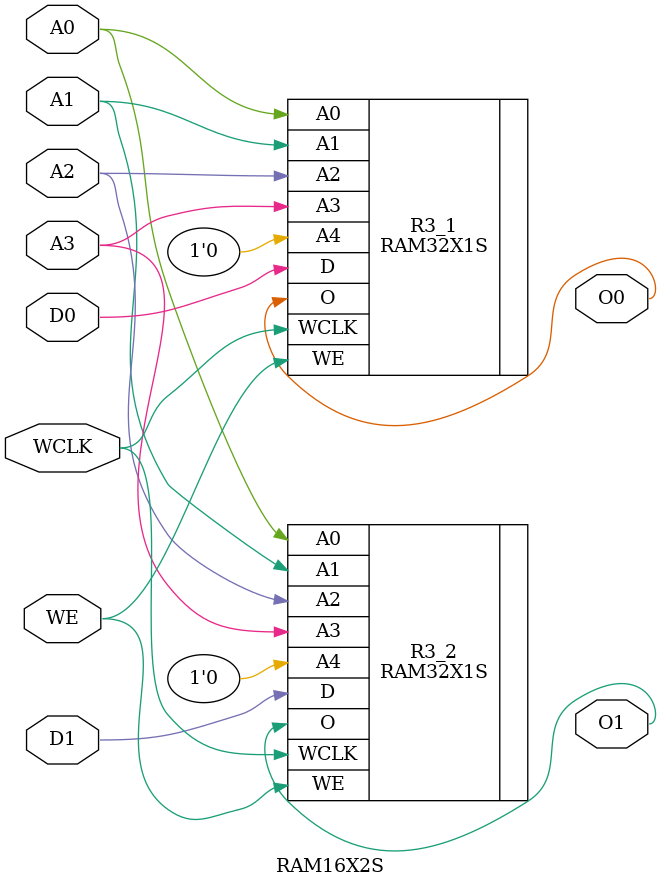
<source format=v>

`timescale  1 ps / 1 ps

module RAM16X2S (O0, O1, A0, A1, A2, A3, D0, D1, WCLK, WE);

    parameter [15:0] INIT_00 = 16'h0000;
    parameter [15:0] INIT_01 = 16'h0000;
    parameter [0:0] IS_WCLK_INVERTED = 1'b0;

    output O0, O1;

    input  A0, A1, A2, A3, D0, D1, WCLK, WE;

    RAM32X1S #(.INIT(INIT_00), .IS_WCLK_INVERTED(IS_WCLK_INVERTED)) R3_1 (
	       .O (O0),
	       .A0 (A0),
	       .A1 (A1),
	       .A2 (A2),
	       .A3 (A3),
	       .A4 (1'b0),
	       .D (D0),
	       .WCLK (WCLK),
	       .WE (WE));

    RAM32X1S #(.INIT(INIT_01), .IS_WCLK_INVERTED(IS_WCLK_INVERTED)) R3_2 (
	       .O (O1),
	       .A0 (A0),
	       .A1 (A1),
	       .A2 (A2),
	       .A3 (A3),
	       .A4 (1'b0),
	       .D (D1),
	       .WCLK (WCLK),
	       .WE (WE));

endmodule

</source>
